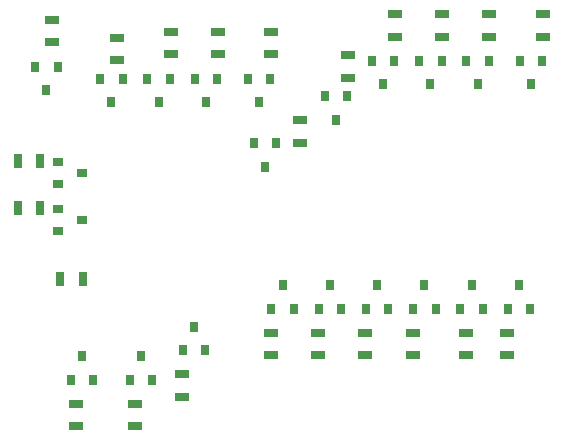
<source format=gbr>
G04 #@! TF.FileFunction,Paste,Top*
%FSLAX46Y46*%
G04 Gerber Fmt 4.6, Leading zero omitted, Abs format (unit mm)*
G04 Created by KiCad (PCBNEW 4.0.4-stable) date 11/20/17 14:55:23*
%MOMM*%
%LPD*%
G01*
G04 APERTURE LIST*
%ADD10C,0.100000*%
%ADD11R,0.800000X0.900000*%
%ADD12R,0.900000X0.800000*%
%ADD13R,1.300000X0.700000*%
%ADD14R,0.700000X1.300000*%
G04 APERTURE END LIST*
D10*
D11*
X121050000Y-110000000D03*
X122950000Y-110000000D03*
X122000000Y-108000000D03*
X119450000Y-92000000D03*
X117550000Y-92000000D03*
X118500000Y-94000000D03*
X117050000Y-110000000D03*
X118950000Y-110000000D03*
X118000000Y-108000000D03*
X113050000Y-110000000D03*
X114950000Y-110000000D03*
X114000000Y-108000000D03*
X123450000Y-89000000D03*
X121550000Y-89000000D03*
X122500000Y-91000000D03*
X127450000Y-89000000D03*
X125550000Y-89000000D03*
X126500000Y-91000000D03*
X131450000Y-89000000D03*
X129550000Y-89000000D03*
X130500000Y-91000000D03*
X135950000Y-89000000D03*
X134050000Y-89000000D03*
X135000000Y-91000000D03*
X133050000Y-110000000D03*
X134950000Y-110000000D03*
X134000000Y-108000000D03*
X129050000Y-110000000D03*
X130950000Y-110000000D03*
X130000000Y-108000000D03*
X125050000Y-110000000D03*
X126950000Y-110000000D03*
X126000000Y-108000000D03*
D12*
X95000000Y-101550000D03*
X95000000Y-103450000D03*
X97000000Y-102500000D03*
D11*
X100450000Y-90500000D03*
X98550000Y-90500000D03*
X99500000Y-92500000D03*
D12*
X95000000Y-97550000D03*
X95000000Y-99450000D03*
X97000000Y-98500000D03*
D11*
X94950000Y-89500000D03*
X93050000Y-89500000D03*
X94000000Y-91500000D03*
X104450000Y-90500000D03*
X102550000Y-90500000D03*
X103500000Y-92500000D03*
X108450000Y-90500000D03*
X106550000Y-90500000D03*
X107500000Y-92500000D03*
X112950000Y-90500000D03*
X111050000Y-90500000D03*
X112000000Y-92500000D03*
X113450000Y-96000000D03*
X111550000Y-96000000D03*
X112500000Y-98000000D03*
X105550000Y-113500000D03*
X107450000Y-113500000D03*
X106500000Y-111500000D03*
X101050000Y-116000000D03*
X102950000Y-116000000D03*
X102000000Y-114000000D03*
X96050000Y-116000000D03*
X97950000Y-116000000D03*
X97000000Y-114000000D03*
D13*
X121000000Y-112050000D03*
X121000000Y-113950000D03*
X113000000Y-112050000D03*
X113000000Y-113950000D03*
X123500000Y-86950000D03*
X123500000Y-85050000D03*
X127500000Y-86950000D03*
X127500000Y-85050000D03*
X131500000Y-86950000D03*
X131500000Y-85050000D03*
X136000000Y-86950000D03*
X136000000Y-85050000D03*
X133000000Y-112050000D03*
X133000000Y-113950000D03*
X129500000Y-112050000D03*
X129500000Y-113950000D03*
X125000000Y-112050000D03*
X125000000Y-113950000D03*
X119500000Y-90450000D03*
X119500000Y-88550000D03*
X117000000Y-112050000D03*
X117000000Y-113950000D03*
D14*
X93450000Y-101500000D03*
X91550000Y-101500000D03*
D13*
X100000000Y-88950000D03*
X100000000Y-87050000D03*
D14*
X93450000Y-97500000D03*
X91550000Y-97500000D03*
D13*
X94500000Y-87450000D03*
X94500000Y-85550000D03*
D14*
X95150000Y-107500000D03*
X97050000Y-107500000D03*
D13*
X104500000Y-88450000D03*
X104500000Y-86550000D03*
X108500000Y-88450000D03*
X108500000Y-86550000D03*
X113000000Y-88450000D03*
X113000000Y-86550000D03*
X115500000Y-95950000D03*
X115500000Y-94050000D03*
X105500000Y-115550000D03*
X105500000Y-117450000D03*
X101500000Y-118050000D03*
X101500000Y-119950000D03*
X96500000Y-118050000D03*
X96500000Y-119950000D03*
M02*

</source>
